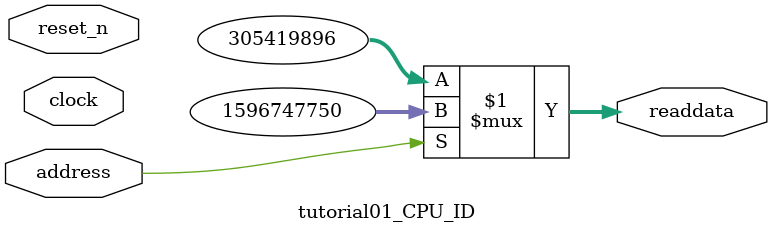
<source format=v>



// synthesis translate_off
`timescale 1ns / 1ps
// synthesis translate_on

// turn off superfluous verilog processor warnings 
// altera message_level Level1 
// altera message_off 10034 10035 10036 10037 10230 10240 10030 

module tutorial01_CPU_ID (
               // inputs:
                address,
                clock,
                reset_n,

               // outputs:
                readdata
             )
;

  output  [ 31: 0] readdata;
  input            address;
  input            clock;
  input            reset_n;

  wire    [ 31: 0] readdata;
  //control_slave, which is an e_avalon_slave
  assign readdata = address ? 1596747750 : 305419896;

endmodule



</source>
